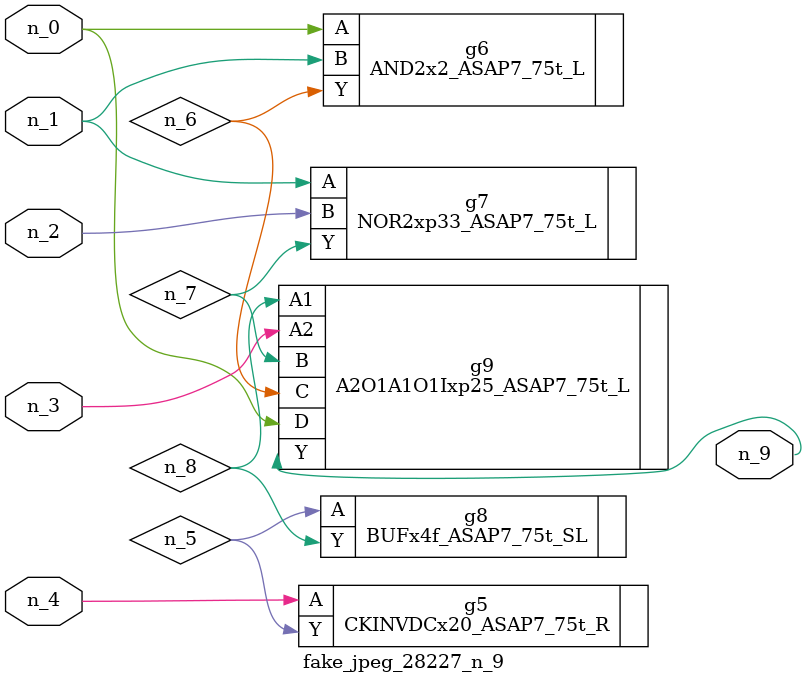
<source format=v>
module fake_jpeg_28227_n_9 (n_3, n_2, n_1, n_0, n_4, n_9);

input n_3;
input n_2;
input n_1;
input n_0;
input n_4;

output n_9;

wire n_8;
wire n_6;
wire n_5;
wire n_7;

CKINVDCx20_ASAP7_75t_R g5 ( 
.A(n_4),
.Y(n_5)
);

AND2x2_ASAP7_75t_L g6 ( 
.A(n_0),
.B(n_1),
.Y(n_6)
);

NOR2xp33_ASAP7_75t_L g7 ( 
.A(n_1),
.B(n_2),
.Y(n_7)
);

BUFx4f_ASAP7_75t_SL g8 ( 
.A(n_5),
.Y(n_8)
);

A2O1A1O1Ixp25_ASAP7_75t_L g9 ( 
.A1(n_8),
.A2(n_3),
.B(n_7),
.C(n_6),
.D(n_0),
.Y(n_9)
);


endmodule
</source>
